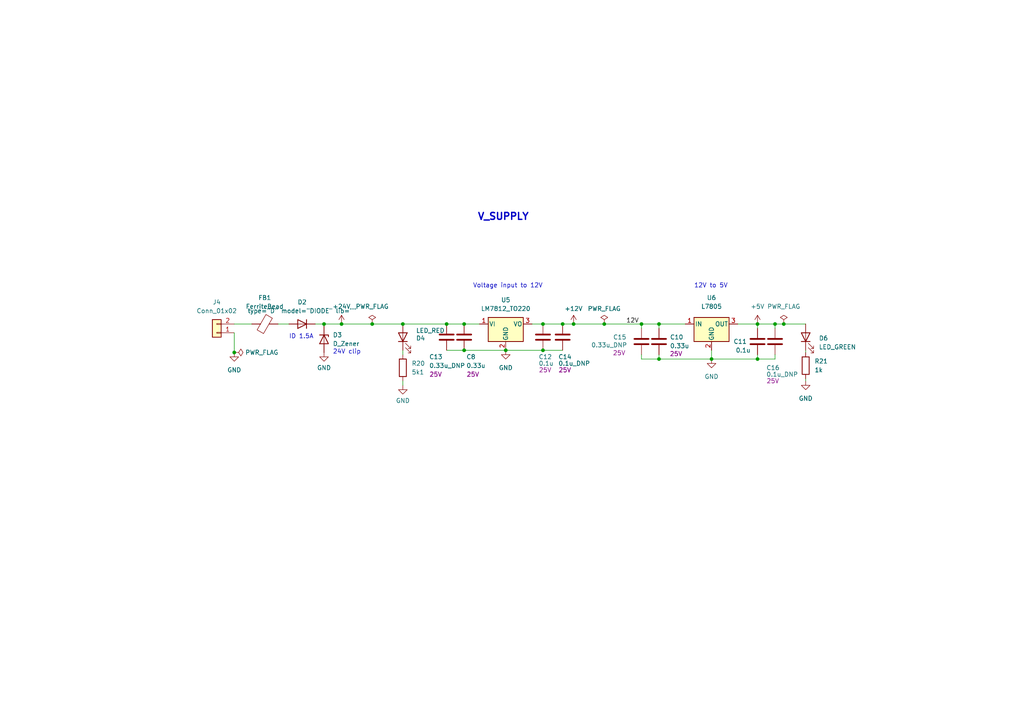
<source format=kicad_sch>
(kicad_sch (version 20211123) (generator eeschema)
  (paper "A4")
  (lib_symbols
    (symbol "Connector_Generic:Conn_01x02" (pin_names (offset 1.016) hide)
      (property "Reference" "J" (at 0 2.54 0))
      (property "Value" "Conn_01x02" (at 0 -5.08 0))
      (symbol "Conn_01x02_1_1"
        (rectangle (start -1.27 -2.413) (end 0 -2.667) (stroke (width 0.1524)))
        (rectangle (start -1.27 0.127) (end 0 -0.127) (stroke (width 0.1524)))
        (rectangle (start -1.27 1.27) (end 1.27 -3.81) (stroke (width 0.254)) (fill (type background)))
        (pin passive line (at -5.08 0 0) (length 3.81) (name "Pin_1") (number "1"))
        (pin passive line (at -5.08 -2.54 0) (length 3.81) (name "Pin_2") (number "2"))
      )
    )
    (symbol "Device:C" (pin_numbers hide) (pin_names (offset 0.254))
      (property "Reference" "C" (at 0.635 2.54 0))
      (property "Value" "C" (at 0.635 -2.54 0))
      (symbol "C_0_1"
        (polyline (pts (xy -2.032 -0.762) (xy 2.032 -0.762)) (stroke (width 0.508)))
        (polyline (pts (xy -2.032 0.762) (xy 2.032 0.762)) (stroke (width 0.508)))
      )
      (symbol "C_1_1"
        (pin passive line (at 0 3.81 270) (length 2.794) (name "~") (number "1"))
        (pin passive line (at 0 -3.81 90) (length 2.794) (name "~") (number "2"))
      )
    )
    (symbol "Device:D_Zener" (pin_numbers hide) (pin_names (offset 1.016) hide)
      (property "Reference" "D" (at 0 2.54 0))
      (property "Value" "D_Zener" (at 0 -2.54 0))
      (symbol "D_Zener_0_1"
        (polyline (pts (xy 1.27 0) (xy -1.27 0)))
        (polyline (pts (xy -1.27 -1.27) (xy -1.27 1.27) (xy -0.762 1.27)) (stroke (width 0.254)))
        (polyline (pts (xy 1.27 -1.27) (xy 1.27 1.27) (xy -1.27 0) (xy 1.27 -1.27)) (stroke (width 0.254)))
      )
      (symbol "D_Zener_1_1"
        (pin passive line (at -3.81 0 0) (length 2.54) (name "K") (number "1"))
        (pin passive line (at 3.81 0 180) (length 2.54) (name "A") (number "2"))
      )
    )
    (symbol "Device:FerriteBead" (pin_numbers hide) (pin_names (offset 0))
      (property "Reference" "FB" (at -3.81 0.635 90))
      (property "Value" "FerriteBead" (at 3.81 0 90))
      (symbol "FerriteBead_0_1"
        (polyline (pts (xy 0 -1.27) (xy 0 -1.2192)))
        (polyline (pts (xy 0 1.27) (xy 0 1.2954)))
        (polyline (pts (xy -2.7686 0.4064) (xy -1.7018 2.2606) (xy 2.7686 -0.3048) (xy 1.6764 -2.159) (xy -2.7686 0.4064)))
      )
      (symbol "FerriteBead_1_1"
        (pin passive line (at 0 3.81 270) (length 2.54) (name "~") (number "1"))
        (pin passive line (at 0 -3.81 90) (length 2.54) (name "~") (number "2"))
      )
    )
    (symbol "Device:LED" (pin_numbers hide) (pin_names (offset 1.016) hide)
      (property "Reference" "D" (at 0 2.54 0))
      (property "Value" "LED" (at 0 -2.54 0))
      (symbol "LED_0_1"
        (polyline (pts (xy -1.27 -1.27) (xy -1.27 1.27)) (stroke (width 0.254)))
        (polyline (pts (xy -1.27 0) (xy 1.27 0)))
        (polyline (pts (xy 1.27 -1.27) (xy 1.27 1.27) (xy -1.27 0) (xy 1.27 -1.27)) (stroke (width 0.254)))
        (polyline (pts (xy -3.048 -0.762) (xy -4.572 -2.286) (xy -3.81 -2.286) (xy -4.572 -2.286) (xy -4.572 -1.524)))
        (polyline (pts (xy -1.778 -0.762) (xy -3.302 -2.286) (xy -2.54 -2.286) (xy -3.302 -2.286) (xy -3.302 -1.524)))
      )
      (symbol "LED_1_1"
        (pin passive line (at -3.81 0 0) (length 2.54) (name "K") (number "1"))
        (pin passive line (at 3.81 0 180) (length 2.54) (name "A") (number "2"))
      )
    )
    (symbol "Device:R" (pin_numbers hide) (pin_names (offset 0))
      (property "Reference" "R" (at 2.032 0 90))
      (property "Value" "R" (at 0 0 90))
      (symbol "R_0_1"
        (rectangle (start -1.016 -2.54) (end 1.016 2.54) (stroke (width 0.254)))
      )
      (symbol "R_1_1"
        (pin passive line (at 0 3.81 270) (length 1.27) (name "~") (number "1"))
        (pin passive line (at 0 -3.81 90) (length 1.27) (name "~") (number "2"))
      )
    )
    (symbol "Regulator_Linear:L7805" (pin_names (offset 0.254))
      (property "Reference" "U" (at -3.81 3.175 0))
      (property "Value" "L7805" (at 0 3.175 0))
      (symbol "L7805_0_1"
        (rectangle (start -5.08 1.905) (end 5.08 -5.08) (stroke (width 0.254)) (fill (type background)))
      )
      (symbol "L7805_1_1"
        (pin power_in line (at -7.62 0 0) (length 2.54) (name "IN") (number "1"))
        (pin power_in line (at 0 -7.62 90) (length 2.54) (name "GND") (number "2"))
        (pin power_out line (at 7.62 0 180) (length 2.54) (name "OUT") (number "3"))
      )
    )
    (symbol "Regulator_Linear:LM7812_TO220" (pin_names (offset 0.254))
      (property "Reference" "U" (at -3.81 3.175 0))
      (property "Value" "LM7812_TO220" (at 0 3.175 0))
      (symbol "LM7812_TO220_0_1"
        (rectangle (start -5.08 1.905) (end 5.08 -5.08) (stroke (width 0.254)) (fill (type background)))
      )
      (symbol "LM7812_TO220_1_1"
        (pin power_in line (at -7.62 0 0) (length 2.54) (name "VI") (number "1"))
        (pin power_in line (at 0 -7.62 90) (length 2.54) (name "GND") (number "2"))
        (pin power_out line (at 7.62 0 180) (length 2.54) (name "VO") (number "3"))
      )
    )
    (symbol "Simulation_SPICE:DIODE" (pin_numbers hide) (pin_names (offset 1.016) hide)
      (property "Reference" "D" (at 0 2.54 0))
      (property "Value" "DIODE" (at 0 -2.54 0))
      (symbol "DIODE_0_1"
        (polyline (pts (xy 1.27 0) (xy -1.27 0)))
        (polyline (pts (xy 1.27 1.27) (xy 1.27 -1.27)) (stroke (width 0.254)))
        (polyline (pts (xy -1.27 -1.27) (xy -1.27 1.27) (xy 1.27 0) (xy -1.27 -1.27)) (stroke (width 0.254)))
      )
      (symbol "DIODE_1_1"
        (pin passive line (at -3.81 0 0) (length 2.54) (name "A") (number "1"))
        (pin passive line (at 3.81 0 180) (length 2.54) (name "K") (number "2"))
      )
    )
    (symbol "power:+12V" (power) (pin_names (offset 0))
      (property "Value" "+12V" (at 0 3.556 0))
      (symbol "+12V_0_1"
        (polyline (pts (xy -0.762 1.27) (xy 0 2.54)))
        (polyline (pts (xy 0 0) (xy 0 2.54)))
        (polyline (pts (xy 0 2.54) (xy 0.762 1.27)))
      )
      (symbol "+12V_1_1"
        (pin power_in line (at 0 0 90) (length 0) hide (name "+12V") (number "1"))
      )
    )
    (symbol "power:+24V" (power) (pin_names (offset 0))
      (property "Value" "+24V" (at 0 3.556 0))
      (symbol "+24V_0_1"
        (polyline (pts (xy -0.762 1.27) (xy 0 2.54)))
        (polyline (pts (xy 0 0) (xy 0 2.54)))
        (polyline (pts (xy 0 2.54) (xy 0.762 1.27)))
      )
      (symbol "+24V_1_1"
        (pin power_in line (at 0 0 90) (length 0) hide (name "+24V") (number "1"))
      )
    )
    (symbol "power:+5V" (power) (pin_names (offset 0))
      (property "Value" "+5V" (at 0 3.556 0))
      (symbol "+5V_0_1"
        (polyline (pts (xy -0.762 1.27) (xy 0 2.54)))
        (polyline (pts (xy 0 0) (xy 0 2.54)))
        (polyline (pts (xy 0 2.54) (xy 0.762 1.27)))
      )
      (symbol "+5V_1_1"
        (pin power_in line (at 0 0 90) (length 0) hide (name "+5V") (number "1"))
      )
    )
    (symbol "power:GND" (power) (pin_names (offset 0))
      (property "Value" "GND" (at 0 -3.81 0))
      (symbol "GND_0_1"
        (polyline (pts (xy 0 0) (xy 0 -1.27) (xy 1.27 -1.27) (xy 0 -2.54) (xy -1.27 -1.27) (xy 0 -1.27)))
      )
      (symbol "GND_1_1"
        (pin power_in line (at 0 0 270) (length 0) hide (name "GND") (number "1"))
      )
    )
    (symbol "power:PWR_FLAG" (power) (pin_numbers hide) (pin_names (offset 0) hide)
      (property "Value" "PWR_FLAG" (at 0 3.81 0))
      (symbol "PWR_FLAG_0_0"
        (pin power_out line (at 0 0 90) (length 0) (name "pwr") (number "1"))
      )
      (symbol "PWR_FLAG_0_1"
        (polyline (pts (xy 0 0) (xy 0 1.27) (xy -1.016 1.905) (xy 0 2.54) (xy 1.016 1.905) (xy 0 1.27)))
      )
    )
  )
  (junction (at 166.37 93.98))
  (junction (at 191.135 104.14))
  (junction (at 186.055 93.98))
  (junction (at 107.95 93.98))
  (junction (at 206.375 104.14))
  (junction (at 191.135 93.98))
  (junction (at 157.48 101.6))
  (junction (at 129.54 93.98))
  (junction (at 163.195 93.98))
  (junction (at 146.685 101.6))
  (junction (at 157.48 93.98))
  (junction (at 219.71 93.98))
  (junction (at 134.62 101.6))
  (junction (at 67.945 102.235))
  (junction (at 93.98 93.98))
  (junction (at 175.26 93.98))
  (junction (at 99.06 93.98))
  (junction (at 134.62 93.98))
  (junction (at 219.71 104.14))
  (junction (at 116.84 93.98))
  (junction (at 227.33 93.98))
  (junction (at 224.79 93.98))
  (wire (pts (xy 233.68 110.49) (xy 233.68 109.855)))
  (wire (pts (xy 67.945 93.98) (xy 73.025 93.98)))
  (wire (pts (xy 154.305 93.98) (xy 157.48 93.98)))
  (wire (pts (xy 107.95 93.98) (xy 116.84 93.98)))
  (wire (pts (xy 191.135 95.25) (xy 191.135 93.98)))
  (wire (pts (xy 233.68 102.235) (xy 233.68 101.6)))
  (wire (pts (xy 206.375 101.6) (xy 206.375 104.14)))
  (wire (pts (xy 129.54 101.6) (xy 134.62 101.6)))
  (wire (pts (xy 129.54 93.98) (xy 134.62 93.98)))
  (wire (pts (xy 93.98 93.98) (xy 99.06 93.98)))
  (wire (pts (xy 213.995 93.98) (xy 219.71 93.98)))
  (wire (pts (xy 191.135 102.87) (xy 191.135 104.14)))
  (wire (pts (xy 116.84 93.98) (xy 129.54 93.98)))
  (wire (pts (xy 186.055 104.14) (xy 191.135 104.14)))
  (wire (pts (xy 67.945 96.52) (xy 67.945 102.235)))
  (wire (pts (xy 227.33 93.98) (xy 233.68 93.98)))
  (wire (pts (xy 224.79 102.87) (xy 224.79 104.14)))
  (wire (pts (xy 134.62 101.6) (xy 146.685 101.6)))
  (wire (pts (xy 99.06 93.98) (xy 107.95 93.98)))
  (wire (pts (xy 219.71 93.98) (xy 219.71 95.25)))
  (wire (pts (xy 224.79 93.98) (xy 227.33 93.98)))
  (wire (pts (xy 219.71 104.14) (xy 219.71 102.87)))
  (wire (pts (xy 206.375 104.14) (xy 219.71 104.14)))
  (wire (pts (xy 224.79 93.98) (xy 224.79 95.25)))
  (wire (pts (xy 93.98 94.615) (xy 93.98 93.98)))
  (wire (pts (xy 191.135 104.14) (xy 206.375 104.14)))
  (wire (pts (xy 219.71 93.98) (xy 224.79 93.98)))
  (wire (pts (xy 80.645 93.98) (xy 83.82 93.98)))
  (wire (pts (xy 166.37 93.98) (xy 175.26 93.98)))
  (wire (pts (xy 146.685 101.6) (xy 157.48 101.6)))
  (wire (pts (xy 116.84 111.76) (xy 116.84 110.49)))
  (wire (pts (xy 116.84 102.87) (xy 116.84 101.6)))
  (wire (pts (xy 224.79 104.14) (xy 219.71 104.14)))
  (wire (pts (xy 157.48 101.6) (xy 163.195 101.6)))
  (wire (pts (xy 157.48 93.98) (xy 163.195 93.98)))
  (wire (pts (xy 93.98 93.98) (xy 91.44 93.98)))
  (wire (pts (xy 191.135 93.98) (xy 198.755 93.98)))
  (wire (pts (xy 186.055 102.87) (xy 186.055 104.14)))
  (wire (pts (xy 175.26 93.98) (xy 186.055 93.98)))
  (wire (pts (xy 163.195 93.98) (xy 166.37 93.98)))
  (wire (pts (xy 134.62 93.98) (xy 139.065 93.98)))
  (wire (pts (xy 186.055 93.98) (xy 186.055 95.25)))
  (wire (pts (xy 186.055 93.98) (xy 191.135 93.98)))
  (text "Voltage input to 12V\n\n" (at 137.16 85.725 0) (effects (font (size 1.27 1.27)) (justify left bottom)))
  (text "V_SUPPLY\n" (at 138.43 64.135 0) (effects (font (size 2 2) (thickness 0.4) bold) (justify left bottom)))
  (text "24V clip" (at 96.52 102.87 0) (effects (font (size 1.27 1.27)) (justify left bottom)))
  (text "12V to 5V\n\n" (at 201.295 85.725 0) (effects (font (size 1.27 1.27)) (justify left bottom)))
  (text "ID 1.5A\n" (at 83.82 98.425 0) (effects (font (size 1.27 1.27)) (justify left bottom)))
  (label "12V" (at 181.61 93.98 0))
  (symbol (lib_id "power:PWR_FLAG") (at 175.26 93.98 0) (unit 1)
    (property "Reference" "#FLG0101" (effects hide))
    (property "Value" "PWR_FLAG" (at 175.26 89.535 0))
  )
  (symbol (lib_id "Regulator_Linear:L7805") (at 206.375 93.98 0) (unit 1)
    (property "Reference" "U6" (at 206.375 86.36 0))
    (property "Value" "L7805" (at 206.375 88.9 0))
    (property "Footprint" "Package_TO_SOT_THT:TO-220-3_Vertical" (effects hide))
    (property "Datasheet" "http://www.st.com/content/ccc/resource/technical/document/datasheet/41/4f/b3/b0/12/d4/47/88/CD00000444.pdf/files/CD00000444.pdf/jcr:content/translations/en.CD00000444.pdf" (effects hide))
  )
  (symbol (lib_id "Device:R") (at 116.84 106.68 0) (unit 1)
    (property "Reference" "R20" (at 119.38 105.4099 0) (effects (justify left)))
    (property "Value" "5k1" (at 119.38 107.9499 0) (effects (justify left)))
    (property "Footprint" "Resistor_SMD:R_0603_1608Metric" (effects hide))
  )
  (symbol (lib_id "Simulation_SPICE:DIODE") (at 87.63 93.98 0) (unit 1)
    (property "Reference" "D2" (at 87.63 87.63 0))
    (property "Value" "DIODE" (at 87.63 90.17 0))
    (property "Footprint" "Diode_SMD:D_SOD-323" (effects hide))
    (property "Spice_Netlist_Enabled" "Y" (effects hide))
    (property "Spice_Primitive" "D" (effects hide))
  )
  (symbol (lib_id "Device:LED") (at 116.84 97.79 90) (unit 1)
    (property "Reference" "D4" (at 120.65 98.1074 90) (effects (justify right)))
    (property "Value" "LED_RED" (at 120.65 95.885 90) (effects (justify right)))
    (property "Footprint" "LED_SMD:LED_0603_1608Metric" (effects hide))
  )
  (symbol (lib_id "Device:C") (at 191.135 99.06 0) (unit 1)
    (property "Reference" "C10" (at 194.31 97.7899 0) (effects (justify left)))
    (property "Value" "0.33u" (at 194.31 100.3299 0) (effects (justify left)))
    (property "Footprint" "Capacitor_SMD:C_0603_1608Metric" (effects hide))
    (property "V" "25V" (at 196.088 102.616 0))
  )
  (symbol (lib_id "Device:LED") (at 233.68 97.79 90) (unit 1)
    (property "Reference" "D6" (at 237.49 98.1074 90) (effects (justify right)))
    (property "Value" "LED_GREEN" (at 237.49 100.6474 90) (effects (justify right)))
    (property "Footprint" "LED_SMD:LED_0603_1608Metric" (effects hide))
  )
  (symbol (lib_id "power:+5V") (at 219.71 93.98 0) (unit 1)
    (property "Reference" "#PWR0134" (effects hide))
    (property "Value" "+5V" (at 219.71 88.9 0))
  )
  (symbol (lib_id "Device:C") (at 163.195 97.79 0) (unit 1)
    (property "Reference" "C14" (at 161.925 103.505 0) (effects (justify left)))
    (property "Value" "0.1u_DNP" (at 161.925 105.41 0) (effects (justify left)))
    (property "Footprint" "Capacitor_THT:CP_Radial_D5.0mm_P2.50mm" (effects hide))
    (property "V" "25V" (at 163.83 107.315 0))
  )
  (symbol (lib_id "power:GND") (at 146.685 101.6 0) (unit 1)
    (property "Reference" "#PWR0107" (effects hide))
    (property "Value" "GND" (at 146.685 106.68 0))
  )
  (symbol (lib_id "power:GND") (at 233.68 110.49 0) (unit 1)
    (property "Reference" "#PWR0136" (effects hide))
    (property "Value" "GND" (at 233.68 115.57 0))
  )
  (symbol (lib_id "power:GND") (at 67.945 102.235 0) (unit 1)
    (property "Reference" "#PWR0132" (effects hide))
    (property "Value" "GND" (at 67.945 107.315 0))
  )
  (symbol (lib_id "power:PWR_FLAG") (at 107.95 93.98 0) (unit 1)
    (property "Reference" "#FLG0105" (effects hide))
    (property "Value" "PWR_FLAG" (at 107.95 88.9 0))
  )
  (symbol (lib_id "Device:C") (at 224.79 99.06 0) (unit 1)
    (property "Reference" "C16" (at 222.25 106.68 0) (effects (justify left)))
    (property "Value" "0.1u_DNP" (at 222.25 108.585 0) (effects (justify left)))
    (property "Footprint" "Capacitor_THT:CP_Radial_D5.0mm_P2.50mm" (effects hide))
    (property "V" "25V" (at 224.155 110.49 0))
  )
  (symbol (lib_id "power:PWR_FLAG") (at 67.945 102.235 270) (unit 1)
    (property "Reference" "#FLG0103" (effects hide))
    (property "Value" "PWR_FLAG" (at 71.12 102.2349 90) (effects (justify left)))
  )
  (symbol (lib_id "Regulator_Linear:LM7812_TO220") (at 146.685 93.98 0) (unit 1)
    (property "Reference" "U5" (at 146.685 86.995 0))
    (property "Value" "LM7812_TO220" (at 146.685 89.535 0))
    (property "Footprint" "Package_TO_SOT_THT:TO-220-3_Vertical" (effects hide))
    (property "Datasheet" "https://www.onsemi.cn/PowerSolutions/document/MC7800-D.PDF" (effects hide))
  )
  (symbol (lib_id "power:GND") (at 206.375 104.14 0) (unit 1)
    (property "Reference" "#PWR0133" (effects hide))
    (property "Value" "GND" (at 206.375 109.22 0))
  )
  (symbol (lib_id "Connector_Generic:Conn_01x02") (at 62.865 96.52 180) (unit 1)
    (property "Reference" "J4" (at 62.865 87.63 0))
    (property "Value" "Conn_01x02" (at 62.865 90.17 0))
    (property "Footprint" "Connector_PinHeader_2.54mm:PinHeader_1x02_P2.54mm_Vertical" (effects hide))
  )
  (symbol (lib_id "power:GND") (at 93.98 102.235 0) (unit 1)
    (property "Reference" "#PWR0131" (effects hide))
    (property "Value" "GND" (at 93.98 106.68 0))
  )
  (symbol (lib_id "Device:C") (at 134.62 97.79 0) (unit 1)
    (property "Reference" "C8" (at 135.255 103.505 0) (effects (justify left)))
    (property "Value" "0.33u" (at 135.255 106.045 0) (effects (justify left)))
    (property "Footprint" "Capacitor_SMD:C_0603_1608Metric" (effects hide))
    (property "V" "25V" (at 137.16 108.585 0))
  )
  (symbol (lib_id "Device:R") (at 233.68 106.045 0) (unit 1)
    (property "Reference" "R21" (at 236.22 104.7749 0) (effects (justify left)))
    (property "Value" "1k" (at 236.22 107.3149 0) (effects (justify left)))
    (property "Footprint" "Resistor_SMD:R_0603_1608Metric" (effects hide))
  )
  (symbol (lib_id "Device:D_Zener") (at 93.98 98.425 270) (unit 1)
    (property "Reference" "D3" (at 96.52 97.1549 90) (effects (justify left)))
    (property "Value" "D_Zener" (at 96.52 99.6949 90) (effects (justify left)))
    (property "Footprint" "Diode_SMD:D_SOD-323" (effects hide))
  )
  (symbol (lib_id "power:PWR_FLAG") (at 227.33 93.98 0) (unit 1)
    (property "Reference" "#FLG0106" (effects hide))
    (property "Value" "PWR_FLAG" (at 227.33 88.9 0))
  )
  (symbol (lib_id "Device:C") (at 129.54 97.79 0) (unit 1)
    (property "Reference" "C13" (at 124.46 103.505 0) (effects (justify left)))
    (property "Value" "0.33u_DNP" (at 124.46 106.045 0) (effects (justify left)))
    (property "Footprint" "Capacitor_THT:CP_Radial_D5.0mm_P2.50mm" (effects hide))
    (property "V" "25V" (at 126.365 108.585 0))
  )
  (symbol (lib_id "Device:C") (at 157.48 97.79 0) (unit 1)
    (property "Reference" "C12" (at 156.21 103.505 0) (effects (justify left)))
    (property "Value" "0.1u" (at 156.21 105.41 0) (effects (justify left)))
    (property "Footprint" "Capacitor_SMD:C_0603_1608Metric" (effects hide))
    (property "V" "25V" (at 158.115 107.315 0))
  )
  (symbol (lib_id "power:GND") (at 116.84 111.76 0) (unit 1)
    (property "Reference" "#PWR0139" (effects hide))
    (property "Value" "GND" (at 116.84 116.205 0))
  )
  (symbol (lib_id "Device:C") (at 186.055 99.06 0) (unit 1)
    (property "Reference" "C15" (at 177.8 97.79 0) (effects (justify left)))
    (property "Value" "0.33u_DNP" (at 171.45 100.076 0) (effects (justify left)))
    (property "Footprint" "Capacitor_THT:CP_Radial_D5.0mm_P2.50mm" (effects hide))
    (property "V" "25V" (at 179.578 102.362 0))
  )
  (symbol (lib_id "Device:FerriteBead") (at 76.835 93.98 90) (unit 1)
    (property "Reference" "FB1" (at 76.7842 86.36 90))
    (property "Value" "FerriteBead" (at 76.7842 88.9 90))
    (property "Footprint" "Resistor_SMD:R_0805_2012Metric" (effects hide))
  )
  (symbol (lib_id "power:+12V") (at 166.37 93.98 0) (unit 1)
    (property "Reference" "#PWR0108" (effects hide))
    (property "Value" "+12V" (at 166.37 89.535 0))
  )
  (symbol (lib_id "Device:C") (at 219.71 99.06 0) (unit 1)
    (property "Reference" "C11" (at 212.725 99.06 0) (effects (justify left)))
    (property "Value" "0.1u" (at 213.36 101.6 0) (effects (justify left)))
    (property "Footprint" "Capacitor_SMD:C_0603_1608Metric" (effects hide))
  )
  (symbol (lib_id "power:+24V") (at 99.06 93.98 0) (unit 1)
    (property "Reference" "#PWR0130" (effects hide))
    (property "Value" "+24V" (at 99.06 88.9 0))
  )
)
</source>
